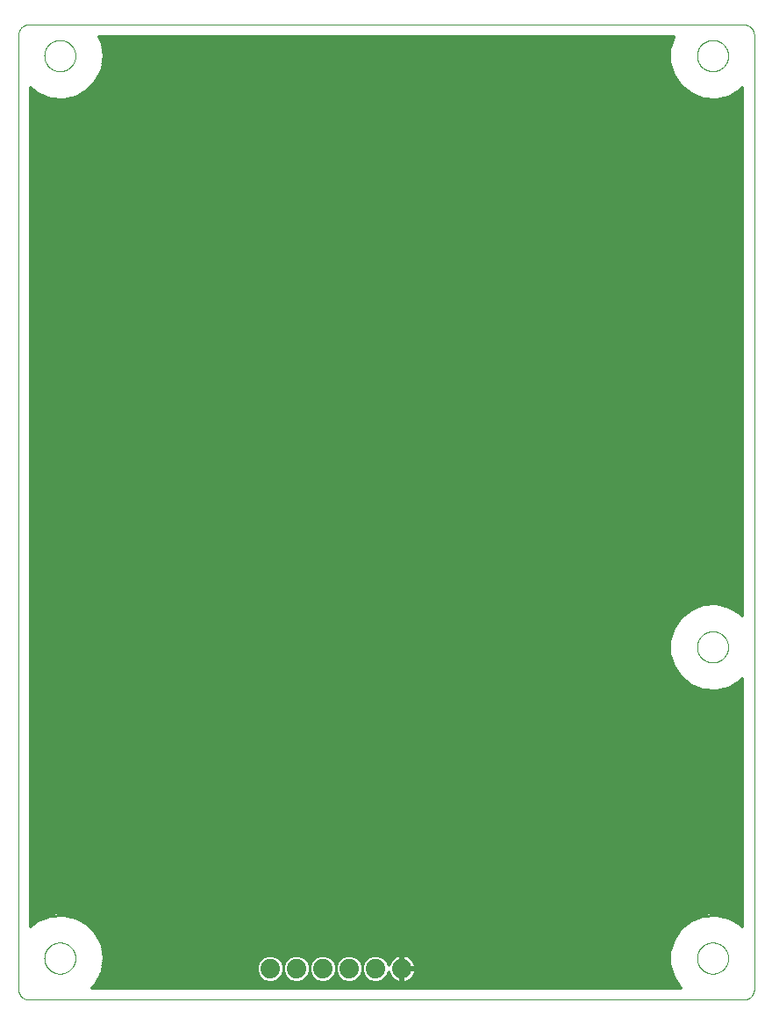
<source format=gtl>
G75*
%MOIN*%
%OFA0B0*%
%FSLAX25Y25*%
%IPPOS*%
%LPD*%
%AMOC8*
5,1,8,0,0,1.08239X$1,22.5*
%
%ADD10C,0.00000*%
%ADD11C,0.07400*%
%ADD12C,0.01000*%
%ADD13C,0.03569*%
D10*
X0005437Y0002252D02*
X0277091Y0002252D01*
X0277215Y0002254D01*
X0277338Y0002260D01*
X0277462Y0002269D01*
X0277584Y0002283D01*
X0277707Y0002300D01*
X0277829Y0002322D01*
X0277950Y0002347D01*
X0278070Y0002376D01*
X0278189Y0002408D01*
X0278308Y0002445D01*
X0278425Y0002485D01*
X0278540Y0002528D01*
X0278655Y0002576D01*
X0278767Y0002627D01*
X0278878Y0002681D01*
X0278988Y0002739D01*
X0279095Y0002800D01*
X0279201Y0002865D01*
X0279304Y0002933D01*
X0279405Y0003004D01*
X0279504Y0003078D01*
X0279601Y0003155D01*
X0279695Y0003236D01*
X0279786Y0003319D01*
X0279875Y0003405D01*
X0279961Y0003494D01*
X0280044Y0003585D01*
X0280125Y0003679D01*
X0280202Y0003776D01*
X0280276Y0003875D01*
X0280347Y0003976D01*
X0280415Y0004079D01*
X0280480Y0004185D01*
X0280541Y0004292D01*
X0280599Y0004402D01*
X0280653Y0004513D01*
X0280704Y0004625D01*
X0280752Y0004740D01*
X0280795Y0004855D01*
X0280835Y0004972D01*
X0280872Y0005091D01*
X0280904Y0005210D01*
X0280933Y0005330D01*
X0280958Y0005451D01*
X0280980Y0005573D01*
X0280997Y0005696D01*
X0281011Y0005818D01*
X0281020Y0005942D01*
X0281026Y0006065D01*
X0281028Y0006189D01*
X0281028Y0368394D01*
X0281026Y0368518D01*
X0281020Y0368641D01*
X0281011Y0368765D01*
X0280997Y0368887D01*
X0280980Y0369010D01*
X0280958Y0369132D01*
X0280933Y0369253D01*
X0280904Y0369373D01*
X0280872Y0369492D01*
X0280835Y0369611D01*
X0280795Y0369728D01*
X0280752Y0369843D01*
X0280704Y0369958D01*
X0280653Y0370070D01*
X0280599Y0370181D01*
X0280541Y0370291D01*
X0280480Y0370398D01*
X0280415Y0370504D01*
X0280347Y0370607D01*
X0280276Y0370708D01*
X0280202Y0370807D01*
X0280125Y0370904D01*
X0280044Y0370998D01*
X0279961Y0371089D01*
X0279875Y0371178D01*
X0279786Y0371264D01*
X0279695Y0371347D01*
X0279601Y0371428D01*
X0279504Y0371505D01*
X0279405Y0371579D01*
X0279304Y0371650D01*
X0279201Y0371718D01*
X0279095Y0371783D01*
X0278988Y0371844D01*
X0278878Y0371902D01*
X0278767Y0371956D01*
X0278655Y0372007D01*
X0278540Y0372055D01*
X0278425Y0372098D01*
X0278308Y0372138D01*
X0278189Y0372175D01*
X0278070Y0372207D01*
X0277950Y0372236D01*
X0277829Y0372261D01*
X0277707Y0372283D01*
X0277584Y0372300D01*
X0277462Y0372314D01*
X0277338Y0372323D01*
X0277215Y0372329D01*
X0277091Y0372331D01*
X0005437Y0372331D01*
X0005313Y0372329D01*
X0005190Y0372323D01*
X0005066Y0372314D01*
X0004944Y0372300D01*
X0004821Y0372283D01*
X0004699Y0372261D01*
X0004578Y0372236D01*
X0004458Y0372207D01*
X0004339Y0372175D01*
X0004220Y0372138D01*
X0004103Y0372098D01*
X0003988Y0372055D01*
X0003873Y0372007D01*
X0003761Y0371956D01*
X0003650Y0371902D01*
X0003540Y0371844D01*
X0003433Y0371783D01*
X0003327Y0371718D01*
X0003224Y0371650D01*
X0003123Y0371579D01*
X0003024Y0371505D01*
X0002927Y0371428D01*
X0002833Y0371347D01*
X0002742Y0371264D01*
X0002653Y0371178D01*
X0002567Y0371089D01*
X0002484Y0370998D01*
X0002403Y0370904D01*
X0002326Y0370807D01*
X0002252Y0370708D01*
X0002181Y0370607D01*
X0002113Y0370504D01*
X0002048Y0370398D01*
X0001987Y0370291D01*
X0001929Y0370181D01*
X0001875Y0370070D01*
X0001824Y0369958D01*
X0001776Y0369843D01*
X0001733Y0369728D01*
X0001693Y0369611D01*
X0001656Y0369492D01*
X0001624Y0369373D01*
X0001595Y0369253D01*
X0001570Y0369132D01*
X0001548Y0369010D01*
X0001531Y0368887D01*
X0001517Y0368765D01*
X0001508Y0368641D01*
X0001502Y0368518D01*
X0001500Y0368394D01*
X0001500Y0006189D01*
X0001502Y0006065D01*
X0001508Y0005942D01*
X0001517Y0005818D01*
X0001531Y0005696D01*
X0001548Y0005573D01*
X0001570Y0005451D01*
X0001595Y0005330D01*
X0001624Y0005210D01*
X0001656Y0005091D01*
X0001693Y0004972D01*
X0001733Y0004855D01*
X0001776Y0004740D01*
X0001824Y0004625D01*
X0001875Y0004513D01*
X0001929Y0004402D01*
X0001987Y0004292D01*
X0002048Y0004185D01*
X0002113Y0004079D01*
X0002181Y0003976D01*
X0002252Y0003875D01*
X0002326Y0003776D01*
X0002403Y0003679D01*
X0002484Y0003585D01*
X0002567Y0003494D01*
X0002653Y0003405D01*
X0002742Y0003319D01*
X0002833Y0003236D01*
X0002927Y0003155D01*
X0003024Y0003078D01*
X0003123Y0003004D01*
X0003224Y0002933D01*
X0003327Y0002865D01*
X0003433Y0002800D01*
X0003540Y0002739D01*
X0003650Y0002681D01*
X0003761Y0002627D01*
X0003873Y0002576D01*
X0003988Y0002528D01*
X0004103Y0002485D01*
X0004220Y0002445D01*
X0004339Y0002408D01*
X0004458Y0002376D01*
X0004578Y0002347D01*
X0004699Y0002322D01*
X0004821Y0002300D01*
X0004944Y0002283D01*
X0005066Y0002269D01*
X0005190Y0002260D01*
X0005313Y0002254D01*
X0005437Y0002252D01*
X0011342Y0018000D02*
X0011344Y0018153D01*
X0011350Y0018307D01*
X0011360Y0018460D01*
X0011374Y0018612D01*
X0011392Y0018765D01*
X0011414Y0018916D01*
X0011439Y0019067D01*
X0011469Y0019218D01*
X0011503Y0019368D01*
X0011540Y0019516D01*
X0011581Y0019664D01*
X0011626Y0019810D01*
X0011675Y0019956D01*
X0011728Y0020100D01*
X0011784Y0020242D01*
X0011844Y0020383D01*
X0011908Y0020523D01*
X0011975Y0020661D01*
X0012046Y0020797D01*
X0012121Y0020931D01*
X0012198Y0021063D01*
X0012280Y0021193D01*
X0012364Y0021321D01*
X0012452Y0021447D01*
X0012543Y0021570D01*
X0012637Y0021691D01*
X0012735Y0021809D01*
X0012835Y0021925D01*
X0012939Y0022038D01*
X0013045Y0022149D01*
X0013154Y0022257D01*
X0013266Y0022362D01*
X0013380Y0022463D01*
X0013498Y0022562D01*
X0013617Y0022658D01*
X0013739Y0022751D01*
X0013864Y0022840D01*
X0013991Y0022927D01*
X0014120Y0023009D01*
X0014251Y0023089D01*
X0014384Y0023165D01*
X0014519Y0023238D01*
X0014656Y0023307D01*
X0014795Y0023372D01*
X0014935Y0023434D01*
X0015077Y0023492D01*
X0015220Y0023547D01*
X0015365Y0023598D01*
X0015511Y0023645D01*
X0015658Y0023688D01*
X0015806Y0023727D01*
X0015955Y0023763D01*
X0016105Y0023794D01*
X0016256Y0023822D01*
X0016407Y0023846D01*
X0016560Y0023866D01*
X0016712Y0023882D01*
X0016865Y0023894D01*
X0017018Y0023902D01*
X0017171Y0023906D01*
X0017325Y0023906D01*
X0017478Y0023902D01*
X0017631Y0023894D01*
X0017784Y0023882D01*
X0017936Y0023866D01*
X0018089Y0023846D01*
X0018240Y0023822D01*
X0018391Y0023794D01*
X0018541Y0023763D01*
X0018690Y0023727D01*
X0018838Y0023688D01*
X0018985Y0023645D01*
X0019131Y0023598D01*
X0019276Y0023547D01*
X0019419Y0023492D01*
X0019561Y0023434D01*
X0019701Y0023372D01*
X0019840Y0023307D01*
X0019977Y0023238D01*
X0020112Y0023165D01*
X0020245Y0023089D01*
X0020376Y0023009D01*
X0020505Y0022927D01*
X0020632Y0022840D01*
X0020757Y0022751D01*
X0020879Y0022658D01*
X0020998Y0022562D01*
X0021116Y0022463D01*
X0021230Y0022362D01*
X0021342Y0022257D01*
X0021451Y0022149D01*
X0021557Y0022038D01*
X0021661Y0021925D01*
X0021761Y0021809D01*
X0021859Y0021691D01*
X0021953Y0021570D01*
X0022044Y0021447D01*
X0022132Y0021321D01*
X0022216Y0021193D01*
X0022298Y0021063D01*
X0022375Y0020931D01*
X0022450Y0020797D01*
X0022521Y0020661D01*
X0022588Y0020523D01*
X0022652Y0020383D01*
X0022712Y0020242D01*
X0022768Y0020100D01*
X0022821Y0019956D01*
X0022870Y0019810D01*
X0022915Y0019664D01*
X0022956Y0019516D01*
X0022993Y0019368D01*
X0023027Y0019218D01*
X0023057Y0019067D01*
X0023082Y0018916D01*
X0023104Y0018765D01*
X0023122Y0018612D01*
X0023136Y0018460D01*
X0023146Y0018307D01*
X0023152Y0018153D01*
X0023154Y0018000D01*
X0023152Y0017847D01*
X0023146Y0017693D01*
X0023136Y0017540D01*
X0023122Y0017388D01*
X0023104Y0017235D01*
X0023082Y0017084D01*
X0023057Y0016933D01*
X0023027Y0016782D01*
X0022993Y0016632D01*
X0022956Y0016484D01*
X0022915Y0016336D01*
X0022870Y0016190D01*
X0022821Y0016044D01*
X0022768Y0015900D01*
X0022712Y0015758D01*
X0022652Y0015617D01*
X0022588Y0015477D01*
X0022521Y0015339D01*
X0022450Y0015203D01*
X0022375Y0015069D01*
X0022298Y0014937D01*
X0022216Y0014807D01*
X0022132Y0014679D01*
X0022044Y0014553D01*
X0021953Y0014430D01*
X0021859Y0014309D01*
X0021761Y0014191D01*
X0021661Y0014075D01*
X0021557Y0013962D01*
X0021451Y0013851D01*
X0021342Y0013743D01*
X0021230Y0013638D01*
X0021116Y0013537D01*
X0020998Y0013438D01*
X0020879Y0013342D01*
X0020757Y0013249D01*
X0020632Y0013160D01*
X0020505Y0013073D01*
X0020376Y0012991D01*
X0020245Y0012911D01*
X0020112Y0012835D01*
X0019977Y0012762D01*
X0019840Y0012693D01*
X0019701Y0012628D01*
X0019561Y0012566D01*
X0019419Y0012508D01*
X0019276Y0012453D01*
X0019131Y0012402D01*
X0018985Y0012355D01*
X0018838Y0012312D01*
X0018690Y0012273D01*
X0018541Y0012237D01*
X0018391Y0012206D01*
X0018240Y0012178D01*
X0018089Y0012154D01*
X0017936Y0012134D01*
X0017784Y0012118D01*
X0017631Y0012106D01*
X0017478Y0012098D01*
X0017325Y0012094D01*
X0017171Y0012094D01*
X0017018Y0012098D01*
X0016865Y0012106D01*
X0016712Y0012118D01*
X0016560Y0012134D01*
X0016407Y0012154D01*
X0016256Y0012178D01*
X0016105Y0012206D01*
X0015955Y0012237D01*
X0015806Y0012273D01*
X0015658Y0012312D01*
X0015511Y0012355D01*
X0015365Y0012402D01*
X0015220Y0012453D01*
X0015077Y0012508D01*
X0014935Y0012566D01*
X0014795Y0012628D01*
X0014656Y0012693D01*
X0014519Y0012762D01*
X0014384Y0012835D01*
X0014251Y0012911D01*
X0014120Y0012991D01*
X0013991Y0013073D01*
X0013864Y0013160D01*
X0013739Y0013249D01*
X0013617Y0013342D01*
X0013498Y0013438D01*
X0013380Y0013537D01*
X0013266Y0013638D01*
X0013154Y0013743D01*
X0013045Y0013851D01*
X0012939Y0013962D01*
X0012835Y0014075D01*
X0012735Y0014191D01*
X0012637Y0014309D01*
X0012543Y0014430D01*
X0012452Y0014553D01*
X0012364Y0014679D01*
X0012280Y0014807D01*
X0012198Y0014937D01*
X0012121Y0015069D01*
X0012046Y0015203D01*
X0011975Y0015339D01*
X0011908Y0015477D01*
X0011844Y0015617D01*
X0011784Y0015758D01*
X0011728Y0015900D01*
X0011675Y0016044D01*
X0011626Y0016190D01*
X0011581Y0016336D01*
X0011540Y0016484D01*
X0011503Y0016632D01*
X0011469Y0016782D01*
X0011439Y0016933D01*
X0011414Y0017084D01*
X0011392Y0017235D01*
X0011374Y0017388D01*
X0011360Y0017540D01*
X0011350Y0017693D01*
X0011344Y0017847D01*
X0011342Y0018000D01*
X0259374Y0018000D02*
X0259376Y0018153D01*
X0259382Y0018307D01*
X0259392Y0018460D01*
X0259406Y0018612D01*
X0259424Y0018765D01*
X0259446Y0018916D01*
X0259471Y0019067D01*
X0259501Y0019218D01*
X0259535Y0019368D01*
X0259572Y0019516D01*
X0259613Y0019664D01*
X0259658Y0019810D01*
X0259707Y0019956D01*
X0259760Y0020100D01*
X0259816Y0020242D01*
X0259876Y0020383D01*
X0259940Y0020523D01*
X0260007Y0020661D01*
X0260078Y0020797D01*
X0260153Y0020931D01*
X0260230Y0021063D01*
X0260312Y0021193D01*
X0260396Y0021321D01*
X0260484Y0021447D01*
X0260575Y0021570D01*
X0260669Y0021691D01*
X0260767Y0021809D01*
X0260867Y0021925D01*
X0260971Y0022038D01*
X0261077Y0022149D01*
X0261186Y0022257D01*
X0261298Y0022362D01*
X0261412Y0022463D01*
X0261530Y0022562D01*
X0261649Y0022658D01*
X0261771Y0022751D01*
X0261896Y0022840D01*
X0262023Y0022927D01*
X0262152Y0023009D01*
X0262283Y0023089D01*
X0262416Y0023165D01*
X0262551Y0023238D01*
X0262688Y0023307D01*
X0262827Y0023372D01*
X0262967Y0023434D01*
X0263109Y0023492D01*
X0263252Y0023547D01*
X0263397Y0023598D01*
X0263543Y0023645D01*
X0263690Y0023688D01*
X0263838Y0023727D01*
X0263987Y0023763D01*
X0264137Y0023794D01*
X0264288Y0023822D01*
X0264439Y0023846D01*
X0264592Y0023866D01*
X0264744Y0023882D01*
X0264897Y0023894D01*
X0265050Y0023902D01*
X0265203Y0023906D01*
X0265357Y0023906D01*
X0265510Y0023902D01*
X0265663Y0023894D01*
X0265816Y0023882D01*
X0265968Y0023866D01*
X0266121Y0023846D01*
X0266272Y0023822D01*
X0266423Y0023794D01*
X0266573Y0023763D01*
X0266722Y0023727D01*
X0266870Y0023688D01*
X0267017Y0023645D01*
X0267163Y0023598D01*
X0267308Y0023547D01*
X0267451Y0023492D01*
X0267593Y0023434D01*
X0267733Y0023372D01*
X0267872Y0023307D01*
X0268009Y0023238D01*
X0268144Y0023165D01*
X0268277Y0023089D01*
X0268408Y0023009D01*
X0268537Y0022927D01*
X0268664Y0022840D01*
X0268789Y0022751D01*
X0268911Y0022658D01*
X0269030Y0022562D01*
X0269148Y0022463D01*
X0269262Y0022362D01*
X0269374Y0022257D01*
X0269483Y0022149D01*
X0269589Y0022038D01*
X0269693Y0021925D01*
X0269793Y0021809D01*
X0269891Y0021691D01*
X0269985Y0021570D01*
X0270076Y0021447D01*
X0270164Y0021321D01*
X0270248Y0021193D01*
X0270330Y0021063D01*
X0270407Y0020931D01*
X0270482Y0020797D01*
X0270553Y0020661D01*
X0270620Y0020523D01*
X0270684Y0020383D01*
X0270744Y0020242D01*
X0270800Y0020100D01*
X0270853Y0019956D01*
X0270902Y0019810D01*
X0270947Y0019664D01*
X0270988Y0019516D01*
X0271025Y0019368D01*
X0271059Y0019218D01*
X0271089Y0019067D01*
X0271114Y0018916D01*
X0271136Y0018765D01*
X0271154Y0018612D01*
X0271168Y0018460D01*
X0271178Y0018307D01*
X0271184Y0018153D01*
X0271186Y0018000D01*
X0271184Y0017847D01*
X0271178Y0017693D01*
X0271168Y0017540D01*
X0271154Y0017388D01*
X0271136Y0017235D01*
X0271114Y0017084D01*
X0271089Y0016933D01*
X0271059Y0016782D01*
X0271025Y0016632D01*
X0270988Y0016484D01*
X0270947Y0016336D01*
X0270902Y0016190D01*
X0270853Y0016044D01*
X0270800Y0015900D01*
X0270744Y0015758D01*
X0270684Y0015617D01*
X0270620Y0015477D01*
X0270553Y0015339D01*
X0270482Y0015203D01*
X0270407Y0015069D01*
X0270330Y0014937D01*
X0270248Y0014807D01*
X0270164Y0014679D01*
X0270076Y0014553D01*
X0269985Y0014430D01*
X0269891Y0014309D01*
X0269793Y0014191D01*
X0269693Y0014075D01*
X0269589Y0013962D01*
X0269483Y0013851D01*
X0269374Y0013743D01*
X0269262Y0013638D01*
X0269148Y0013537D01*
X0269030Y0013438D01*
X0268911Y0013342D01*
X0268789Y0013249D01*
X0268664Y0013160D01*
X0268537Y0013073D01*
X0268408Y0012991D01*
X0268277Y0012911D01*
X0268144Y0012835D01*
X0268009Y0012762D01*
X0267872Y0012693D01*
X0267733Y0012628D01*
X0267593Y0012566D01*
X0267451Y0012508D01*
X0267308Y0012453D01*
X0267163Y0012402D01*
X0267017Y0012355D01*
X0266870Y0012312D01*
X0266722Y0012273D01*
X0266573Y0012237D01*
X0266423Y0012206D01*
X0266272Y0012178D01*
X0266121Y0012154D01*
X0265968Y0012134D01*
X0265816Y0012118D01*
X0265663Y0012106D01*
X0265510Y0012098D01*
X0265357Y0012094D01*
X0265203Y0012094D01*
X0265050Y0012098D01*
X0264897Y0012106D01*
X0264744Y0012118D01*
X0264592Y0012134D01*
X0264439Y0012154D01*
X0264288Y0012178D01*
X0264137Y0012206D01*
X0263987Y0012237D01*
X0263838Y0012273D01*
X0263690Y0012312D01*
X0263543Y0012355D01*
X0263397Y0012402D01*
X0263252Y0012453D01*
X0263109Y0012508D01*
X0262967Y0012566D01*
X0262827Y0012628D01*
X0262688Y0012693D01*
X0262551Y0012762D01*
X0262416Y0012835D01*
X0262283Y0012911D01*
X0262152Y0012991D01*
X0262023Y0013073D01*
X0261896Y0013160D01*
X0261771Y0013249D01*
X0261649Y0013342D01*
X0261530Y0013438D01*
X0261412Y0013537D01*
X0261298Y0013638D01*
X0261186Y0013743D01*
X0261077Y0013851D01*
X0260971Y0013962D01*
X0260867Y0014075D01*
X0260767Y0014191D01*
X0260669Y0014309D01*
X0260575Y0014430D01*
X0260484Y0014553D01*
X0260396Y0014679D01*
X0260312Y0014807D01*
X0260230Y0014937D01*
X0260153Y0015069D01*
X0260078Y0015203D01*
X0260007Y0015339D01*
X0259940Y0015477D01*
X0259876Y0015617D01*
X0259816Y0015758D01*
X0259760Y0015900D01*
X0259707Y0016044D01*
X0259658Y0016190D01*
X0259613Y0016336D01*
X0259572Y0016484D01*
X0259535Y0016632D01*
X0259501Y0016782D01*
X0259471Y0016933D01*
X0259446Y0017084D01*
X0259424Y0017235D01*
X0259406Y0017388D01*
X0259392Y0017540D01*
X0259382Y0017693D01*
X0259376Y0017847D01*
X0259374Y0018000D01*
X0259374Y0136110D02*
X0259376Y0136263D01*
X0259382Y0136417D01*
X0259392Y0136570D01*
X0259406Y0136722D01*
X0259424Y0136875D01*
X0259446Y0137026D01*
X0259471Y0137177D01*
X0259501Y0137328D01*
X0259535Y0137478D01*
X0259572Y0137626D01*
X0259613Y0137774D01*
X0259658Y0137920D01*
X0259707Y0138066D01*
X0259760Y0138210D01*
X0259816Y0138352D01*
X0259876Y0138493D01*
X0259940Y0138633D01*
X0260007Y0138771D01*
X0260078Y0138907D01*
X0260153Y0139041D01*
X0260230Y0139173D01*
X0260312Y0139303D01*
X0260396Y0139431D01*
X0260484Y0139557D01*
X0260575Y0139680D01*
X0260669Y0139801D01*
X0260767Y0139919D01*
X0260867Y0140035D01*
X0260971Y0140148D01*
X0261077Y0140259D01*
X0261186Y0140367D01*
X0261298Y0140472D01*
X0261412Y0140573D01*
X0261530Y0140672D01*
X0261649Y0140768D01*
X0261771Y0140861D01*
X0261896Y0140950D01*
X0262023Y0141037D01*
X0262152Y0141119D01*
X0262283Y0141199D01*
X0262416Y0141275D01*
X0262551Y0141348D01*
X0262688Y0141417D01*
X0262827Y0141482D01*
X0262967Y0141544D01*
X0263109Y0141602D01*
X0263252Y0141657D01*
X0263397Y0141708D01*
X0263543Y0141755D01*
X0263690Y0141798D01*
X0263838Y0141837D01*
X0263987Y0141873D01*
X0264137Y0141904D01*
X0264288Y0141932D01*
X0264439Y0141956D01*
X0264592Y0141976D01*
X0264744Y0141992D01*
X0264897Y0142004D01*
X0265050Y0142012D01*
X0265203Y0142016D01*
X0265357Y0142016D01*
X0265510Y0142012D01*
X0265663Y0142004D01*
X0265816Y0141992D01*
X0265968Y0141976D01*
X0266121Y0141956D01*
X0266272Y0141932D01*
X0266423Y0141904D01*
X0266573Y0141873D01*
X0266722Y0141837D01*
X0266870Y0141798D01*
X0267017Y0141755D01*
X0267163Y0141708D01*
X0267308Y0141657D01*
X0267451Y0141602D01*
X0267593Y0141544D01*
X0267733Y0141482D01*
X0267872Y0141417D01*
X0268009Y0141348D01*
X0268144Y0141275D01*
X0268277Y0141199D01*
X0268408Y0141119D01*
X0268537Y0141037D01*
X0268664Y0140950D01*
X0268789Y0140861D01*
X0268911Y0140768D01*
X0269030Y0140672D01*
X0269148Y0140573D01*
X0269262Y0140472D01*
X0269374Y0140367D01*
X0269483Y0140259D01*
X0269589Y0140148D01*
X0269693Y0140035D01*
X0269793Y0139919D01*
X0269891Y0139801D01*
X0269985Y0139680D01*
X0270076Y0139557D01*
X0270164Y0139431D01*
X0270248Y0139303D01*
X0270330Y0139173D01*
X0270407Y0139041D01*
X0270482Y0138907D01*
X0270553Y0138771D01*
X0270620Y0138633D01*
X0270684Y0138493D01*
X0270744Y0138352D01*
X0270800Y0138210D01*
X0270853Y0138066D01*
X0270902Y0137920D01*
X0270947Y0137774D01*
X0270988Y0137626D01*
X0271025Y0137478D01*
X0271059Y0137328D01*
X0271089Y0137177D01*
X0271114Y0137026D01*
X0271136Y0136875D01*
X0271154Y0136722D01*
X0271168Y0136570D01*
X0271178Y0136417D01*
X0271184Y0136263D01*
X0271186Y0136110D01*
X0271184Y0135957D01*
X0271178Y0135803D01*
X0271168Y0135650D01*
X0271154Y0135498D01*
X0271136Y0135345D01*
X0271114Y0135194D01*
X0271089Y0135043D01*
X0271059Y0134892D01*
X0271025Y0134742D01*
X0270988Y0134594D01*
X0270947Y0134446D01*
X0270902Y0134300D01*
X0270853Y0134154D01*
X0270800Y0134010D01*
X0270744Y0133868D01*
X0270684Y0133727D01*
X0270620Y0133587D01*
X0270553Y0133449D01*
X0270482Y0133313D01*
X0270407Y0133179D01*
X0270330Y0133047D01*
X0270248Y0132917D01*
X0270164Y0132789D01*
X0270076Y0132663D01*
X0269985Y0132540D01*
X0269891Y0132419D01*
X0269793Y0132301D01*
X0269693Y0132185D01*
X0269589Y0132072D01*
X0269483Y0131961D01*
X0269374Y0131853D01*
X0269262Y0131748D01*
X0269148Y0131647D01*
X0269030Y0131548D01*
X0268911Y0131452D01*
X0268789Y0131359D01*
X0268664Y0131270D01*
X0268537Y0131183D01*
X0268408Y0131101D01*
X0268277Y0131021D01*
X0268144Y0130945D01*
X0268009Y0130872D01*
X0267872Y0130803D01*
X0267733Y0130738D01*
X0267593Y0130676D01*
X0267451Y0130618D01*
X0267308Y0130563D01*
X0267163Y0130512D01*
X0267017Y0130465D01*
X0266870Y0130422D01*
X0266722Y0130383D01*
X0266573Y0130347D01*
X0266423Y0130316D01*
X0266272Y0130288D01*
X0266121Y0130264D01*
X0265968Y0130244D01*
X0265816Y0130228D01*
X0265663Y0130216D01*
X0265510Y0130208D01*
X0265357Y0130204D01*
X0265203Y0130204D01*
X0265050Y0130208D01*
X0264897Y0130216D01*
X0264744Y0130228D01*
X0264592Y0130244D01*
X0264439Y0130264D01*
X0264288Y0130288D01*
X0264137Y0130316D01*
X0263987Y0130347D01*
X0263838Y0130383D01*
X0263690Y0130422D01*
X0263543Y0130465D01*
X0263397Y0130512D01*
X0263252Y0130563D01*
X0263109Y0130618D01*
X0262967Y0130676D01*
X0262827Y0130738D01*
X0262688Y0130803D01*
X0262551Y0130872D01*
X0262416Y0130945D01*
X0262283Y0131021D01*
X0262152Y0131101D01*
X0262023Y0131183D01*
X0261896Y0131270D01*
X0261771Y0131359D01*
X0261649Y0131452D01*
X0261530Y0131548D01*
X0261412Y0131647D01*
X0261298Y0131748D01*
X0261186Y0131853D01*
X0261077Y0131961D01*
X0260971Y0132072D01*
X0260867Y0132185D01*
X0260767Y0132301D01*
X0260669Y0132419D01*
X0260575Y0132540D01*
X0260484Y0132663D01*
X0260396Y0132789D01*
X0260312Y0132917D01*
X0260230Y0133047D01*
X0260153Y0133179D01*
X0260078Y0133313D01*
X0260007Y0133449D01*
X0259940Y0133587D01*
X0259876Y0133727D01*
X0259816Y0133868D01*
X0259760Y0134010D01*
X0259707Y0134154D01*
X0259658Y0134300D01*
X0259613Y0134446D01*
X0259572Y0134594D01*
X0259535Y0134742D01*
X0259501Y0134892D01*
X0259471Y0135043D01*
X0259446Y0135194D01*
X0259424Y0135345D01*
X0259406Y0135498D01*
X0259392Y0135650D01*
X0259382Y0135803D01*
X0259376Y0135957D01*
X0259374Y0136110D01*
X0259374Y0360520D02*
X0259376Y0360673D01*
X0259382Y0360827D01*
X0259392Y0360980D01*
X0259406Y0361132D01*
X0259424Y0361285D01*
X0259446Y0361436D01*
X0259471Y0361587D01*
X0259501Y0361738D01*
X0259535Y0361888D01*
X0259572Y0362036D01*
X0259613Y0362184D01*
X0259658Y0362330D01*
X0259707Y0362476D01*
X0259760Y0362620D01*
X0259816Y0362762D01*
X0259876Y0362903D01*
X0259940Y0363043D01*
X0260007Y0363181D01*
X0260078Y0363317D01*
X0260153Y0363451D01*
X0260230Y0363583D01*
X0260312Y0363713D01*
X0260396Y0363841D01*
X0260484Y0363967D01*
X0260575Y0364090D01*
X0260669Y0364211D01*
X0260767Y0364329D01*
X0260867Y0364445D01*
X0260971Y0364558D01*
X0261077Y0364669D01*
X0261186Y0364777D01*
X0261298Y0364882D01*
X0261412Y0364983D01*
X0261530Y0365082D01*
X0261649Y0365178D01*
X0261771Y0365271D01*
X0261896Y0365360D01*
X0262023Y0365447D01*
X0262152Y0365529D01*
X0262283Y0365609D01*
X0262416Y0365685D01*
X0262551Y0365758D01*
X0262688Y0365827D01*
X0262827Y0365892D01*
X0262967Y0365954D01*
X0263109Y0366012D01*
X0263252Y0366067D01*
X0263397Y0366118D01*
X0263543Y0366165D01*
X0263690Y0366208D01*
X0263838Y0366247D01*
X0263987Y0366283D01*
X0264137Y0366314D01*
X0264288Y0366342D01*
X0264439Y0366366D01*
X0264592Y0366386D01*
X0264744Y0366402D01*
X0264897Y0366414D01*
X0265050Y0366422D01*
X0265203Y0366426D01*
X0265357Y0366426D01*
X0265510Y0366422D01*
X0265663Y0366414D01*
X0265816Y0366402D01*
X0265968Y0366386D01*
X0266121Y0366366D01*
X0266272Y0366342D01*
X0266423Y0366314D01*
X0266573Y0366283D01*
X0266722Y0366247D01*
X0266870Y0366208D01*
X0267017Y0366165D01*
X0267163Y0366118D01*
X0267308Y0366067D01*
X0267451Y0366012D01*
X0267593Y0365954D01*
X0267733Y0365892D01*
X0267872Y0365827D01*
X0268009Y0365758D01*
X0268144Y0365685D01*
X0268277Y0365609D01*
X0268408Y0365529D01*
X0268537Y0365447D01*
X0268664Y0365360D01*
X0268789Y0365271D01*
X0268911Y0365178D01*
X0269030Y0365082D01*
X0269148Y0364983D01*
X0269262Y0364882D01*
X0269374Y0364777D01*
X0269483Y0364669D01*
X0269589Y0364558D01*
X0269693Y0364445D01*
X0269793Y0364329D01*
X0269891Y0364211D01*
X0269985Y0364090D01*
X0270076Y0363967D01*
X0270164Y0363841D01*
X0270248Y0363713D01*
X0270330Y0363583D01*
X0270407Y0363451D01*
X0270482Y0363317D01*
X0270553Y0363181D01*
X0270620Y0363043D01*
X0270684Y0362903D01*
X0270744Y0362762D01*
X0270800Y0362620D01*
X0270853Y0362476D01*
X0270902Y0362330D01*
X0270947Y0362184D01*
X0270988Y0362036D01*
X0271025Y0361888D01*
X0271059Y0361738D01*
X0271089Y0361587D01*
X0271114Y0361436D01*
X0271136Y0361285D01*
X0271154Y0361132D01*
X0271168Y0360980D01*
X0271178Y0360827D01*
X0271184Y0360673D01*
X0271186Y0360520D01*
X0271184Y0360367D01*
X0271178Y0360213D01*
X0271168Y0360060D01*
X0271154Y0359908D01*
X0271136Y0359755D01*
X0271114Y0359604D01*
X0271089Y0359453D01*
X0271059Y0359302D01*
X0271025Y0359152D01*
X0270988Y0359004D01*
X0270947Y0358856D01*
X0270902Y0358710D01*
X0270853Y0358564D01*
X0270800Y0358420D01*
X0270744Y0358278D01*
X0270684Y0358137D01*
X0270620Y0357997D01*
X0270553Y0357859D01*
X0270482Y0357723D01*
X0270407Y0357589D01*
X0270330Y0357457D01*
X0270248Y0357327D01*
X0270164Y0357199D01*
X0270076Y0357073D01*
X0269985Y0356950D01*
X0269891Y0356829D01*
X0269793Y0356711D01*
X0269693Y0356595D01*
X0269589Y0356482D01*
X0269483Y0356371D01*
X0269374Y0356263D01*
X0269262Y0356158D01*
X0269148Y0356057D01*
X0269030Y0355958D01*
X0268911Y0355862D01*
X0268789Y0355769D01*
X0268664Y0355680D01*
X0268537Y0355593D01*
X0268408Y0355511D01*
X0268277Y0355431D01*
X0268144Y0355355D01*
X0268009Y0355282D01*
X0267872Y0355213D01*
X0267733Y0355148D01*
X0267593Y0355086D01*
X0267451Y0355028D01*
X0267308Y0354973D01*
X0267163Y0354922D01*
X0267017Y0354875D01*
X0266870Y0354832D01*
X0266722Y0354793D01*
X0266573Y0354757D01*
X0266423Y0354726D01*
X0266272Y0354698D01*
X0266121Y0354674D01*
X0265968Y0354654D01*
X0265816Y0354638D01*
X0265663Y0354626D01*
X0265510Y0354618D01*
X0265357Y0354614D01*
X0265203Y0354614D01*
X0265050Y0354618D01*
X0264897Y0354626D01*
X0264744Y0354638D01*
X0264592Y0354654D01*
X0264439Y0354674D01*
X0264288Y0354698D01*
X0264137Y0354726D01*
X0263987Y0354757D01*
X0263838Y0354793D01*
X0263690Y0354832D01*
X0263543Y0354875D01*
X0263397Y0354922D01*
X0263252Y0354973D01*
X0263109Y0355028D01*
X0262967Y0355086D01*
X0262827Y0355148D01*
X0262688Y0355213D01*
X0262551Y0355282D01*
X0262416Y0355355D01*
X0262283Y0355431D01*
X0262152Y0355511D01*
X0262023Y0355593D01*
X0261896Y0355680D01*
X0261771Y0355769D01*
X0261649Y0355862D01*
X0261530Y0355958D01*
X0261412Y0356057D01*
X0261298Y0356158D01*
X0261186Y0356263D01*
X0261077Y0356371D01*
X0260971Y0356482D01*
X0260867Y0356595D01*
X0260767Y0356711D01*
X0260669Y0356829D01*
X0260575Y0356950D01*
X0260484Y0357073D01*
X0260396Y0357199D01*
X0260312Y0357327D01*
X0260230Y0357457D01*
X0260153Y0357589D01*
X0260078Y0357723D01*
X0260007Y0357859D01*
X0259940Y0357997D01*
X0259876Y0358137D01*
X0259816Y0358278D01*
X0259760Y0358420D01*
X0259707Y0358564D01*
X0259658Y0358710D01*
X0259613Y0358856D01*
X0259572Y0359004D01*
X0259535Y0359152D01*
X0259501Y0359302D01*
X0259471Y0359453D01*
X0259446Y0359604D01*
X0259424Y0359755D01*
X0259406Y0359908D01*
X0259392Y0360060D01*
X0259382Y0360213D01*
X0259376Y0360367D01*
X0259374Y0360520D01*
X0011342Y0360520D02*
X0011344Y0360673D01*
X0011350Y0360827D01*
X0011360Y0360980D01*
X0011374Y0361132D01*
X0011392Y0361285D01*
X0011414Y0361436D01*
X0011439Y0361587D01*
X0011469Y0361738D01*
X0011503Y0361888D01*
X0011540Y0362036D01*
X0011581Y0362184D01*
X0011626Y0362330D01*
X0011675Y0362476D01*
X0011728Y0362620D01*
X0011784Y0362762D01*
X0011844Y0362903D01*
X0011908Y0363043D01*
X0011975Y0363181D01*
X0012046Y0363317D01*
X0012121Y0363451D01*
X0012198Y0363583D01*
X0012280Y0363713D01*
X0012364Y0363841D01*
X0012452Y0363967D01*
X0012543Y0364090D01*
X0012637Y0364211D01*
X0012735Y0364329D01*
X0012835Y0364445D01*
X0012939Y0364558D01*
X0013045Y0364669D01*
X0013154Y0364777D01*
X0013266Y0364882D01*
X0013380Y0364983D01*
X0013498Y0365082D01*
X0013617Y0365178D01*
X0013739Y0365271D01*
X0013864Y0365360D01*
X0013991Y0365447D01*
X0014120Y0365529D01*
X0014251Y0365609D01*
X0014384Y0365685D01*
X0014519Y0365758D01*
X0014656Y0365827D01*
X0014795Y0365892D01*
X0014935Y0365954D01*
X0015077Y0366012D01*
X0015220Y0366067D01*
X0015365Y0366118D01*
X0015511Y0366165D01*
X0015658Y0366208D01*
X0015806Y0366247D01*
X0015955Y0366283D01*
X0016105Y0366314D01*
X0016256Y0366342D01*
X0016407Y0366366D01*
X0016560Y0366386D01*
X0016712Y0366402D01*
X0016865Y0366414D01*
X0017018Y0366422D01*
X0017171Y0366426D01*
X0017325Y0366426D01*
X0017478Y0366422D01*
X0017631Y0366414D01*
X0017784Y0366402D01*
X0017936Y0366386D01*
X0018089Y0366366D01*
X0018240Y0366342D01*
X0018391Y0366314D01*
X0018541Y0366283D01*
X0018690Y0366247D01*
X0018838Y0366208D01*
X0018985Y0366165D01*
X0019131Y0366118D01*
X0019276Y0366067D01*
X0019419Y0366012D01*
X0019561Y0365954D01*
X0019701Y0365892D01*
X0019840Y0365827D01*
X0019977Y0365758D01*
X0020112Y0365685D01*
X0020245Y0365609D01*
X0020376Y0365529D01*
X0020505Y0365447D01*
X0020632Y0365360D01*
X0020757Y0365271D01*
X0020879Y0365178D01*
X0020998Y0365082D01*
X0021116Y0364983D01*
X0021230Y0364882D01*
X0021342Y0364777D01*
X0021451Y0364669D01*
X0021557Y0364558D01*
X0021661Y0364445D01*
X0021761Y0364329D01*
X0021859Y0364211D01*
X0021953Y0364090D01*
X0022044Y0363967D01*
X0022132Y0363841D01*
X0022216Y0363713D01*
X0022298Y0363583D01*
X0022375Y0363451D01*
X0022450Y0363317D01*
X0022521Y0363181D01*
X0022588Y0363043D01*
X0022652Y0362903D01*
X0022712Y0362762D01*
X0022768Y0362620D01*
X0022821Y0362476D01*
X0022870Y0362330D01*
X0022915Y0362184D01*
X0022956Y0362036D01*
X0022993Y0361888D01*
X0023027Y0361738D01*
X0023057Y0361587D01*
X0023082Y0361436D01*
X0023104Y0361285D01*
X0023122Y0361132D01*
X0023136Y0360980D01*
X0023146Y0360827D01*
X0023152Y0360673D01*
X0023154Y0360520D01*
X0023152Y0360367D01*
X0023146Y0360213D01*
X0023136Y0360060D01*
X0023122Y0359908D01*
X0023104Y0359755D01*
X0023082Y0359604D01*
X0023057Y0359453D01*
X0023027Y0359302D01*
X0022993Y0359152D01*
X0022956Y0359004D01*
X0022915Y0358856D01*
X0022870Y0358710D01*
X0022821Y0358564D01*
X0022768Y0358420D01*
X0022712Y0358278D01*
X0022652Y0358137D01*
X0022588Y0357997D01*
X0022521Y0357859D01*
X0022450Y0357723D01*
X0022375Y0357589D01*
X0022298Y0357457D01*
X0022216Y0357327D01*
X0022132Y0357199D01*
X0022044Y0357073D01*
X0021953Y0356950D01*
X0021859Y0356829D01*
X0021761Y0356711D01*
X0021661Y0356595D01*
X0021557Y0356482D01*
X0021451Y0356371D01*
X0021342Y0356263D01*
X0021230Y0356158D01*
X0021116Y0356057D01*
X0020998Y0355958D01*
X0020879Y0355862D01*
X0020757Y0355769D01*
X0020632Y0355680D01*
X0020505Y0355593D01*
X0020376Y0355511D01*
X0020245Y0355431D01*
X0020112Y0355355D01*
X0019977Y0355282D01*
X0019840Y0355213D01*
X0019701Y0355148D01*
X0019561Y0355086D01*
X0019419Y0355028D01*
X0019276Y0354973D01*
X0019131Y0354922D01*
X0018985Y0354875D01*
X0018838Y0354832D01*
X0018690Y0354793D01*
X0018541Y0354757D01*
X0018391Y0354726D01*
X0018240Y0354698D01*
X0018089Y0354674D01*
X0017936Y0354654D01*
X0017784Y0354638D01*
X0017631Y0354626D01*
X0017478Y0354618D01*
X0017325Y0354614D01*
X0017171Y0354614D01*
X0017018Y0354618D01*
X0016865Y0354626D01*
X0016712Y0354638D01*
X0016560Y0354654D01*
X0016407Y0354674D01*
X0016256Y0354698D01*
X0016105Y0354726D01*
X0015955Y0354757D01*
X0015806Y0354793D01*
X0015658Y0354832D01*
X0015511Y0354875D01*
X0015365Y0354922D01*
X0015220Y0354973D01*
X0015077Y0355028D01*
X0014935Y0355086D01*
X0014795Y0355148D01*
X0014656Y0355213D01*
X0014519Y0355282D01*
X0014384Y0355355D01*
X0014251Y0355431D01*
X0014120Y0355511D01*
X0013991Y0355593D01*
X0013864Y0355680D01*
X0013739Y0355769D01*
X0013617Y0355862D01*
X0013498Y0355958D01*
X0013380Y0356057D01*
X0013266Y0356158D01*
X0013154Y0356263D01*
X0013045Y0356371D01*
X0012939Y0356482D01*
X0012835Y0356595D01*
X0012735Y0356711D01*
X0012637Y0356829D01*
X0012543Y0356950D01*
X0012452Y0357073D01*
X0012364Y0357199D01*
X0012280Y0357327D01*
X0012198Y0357457D01*
X0012121Y0357589D01*
X0012046Y0357723D01*
X0011975Y0357859D01*
X0011908Y0357997D01*
X0011844Y0358137D01*
X0011784Y0358278D01*
X0011728Y0358420D01*
X0011675Y0358564D01*
X0011626Y0358710D01*
X0011581Y0358856D01*
X0011540Y0359004D01*
X0011503Y0359152D01*
X0011469Y0359302D01*
X0011439Y0359453D01*
X0011414Y0359604D01*
X0011392Y0359755D01*
X0011374Y0359908D01*
X0011360Y0360060D01*
X0011350Y0360213D01*
X0011344Y0360367D01*
X0011342Y0360520D01*
D11*
X0097169Y0014063D03*
X0107169Y0014063D03*
X0117169Y0014063D03*
X0127169Y0014063D03*
X0137169Y0014063D03*
X0147169Y0014063D03*
D12*
X0147669Y0014234D02*
X0249367Y0014234D01*
X0249675Y0013236D02*
X0152303Y0013236D01*
X0152355Y0013563D02*
X0147669Y0013563D01*
X0147669Y0008877D01*
X0148387Y0008991D01*
X0149165Y0009244D01*
X0149895Y0009616D01*
X0150557Y0010097D01*
X0151136Y0010675D01*
X0151617Y0011338D01*
X0151988Y0012067D01*
X0152241Y0012845D01*
X0152355Y0013563D01*
X0152355Y0014563D02*
X0152241Y0015281D01*
X0151988Y0016059D01*
X0151617Y0016788D01*
X0151136Y0017451D01*
X0150557Y0018029D01*
X0149895Y0018510D01*
X0149165Y0018882D01*
X0148387Y0019135D01*
X0147669Y0019249D01*
X0147669Y0014563D01*
X0146669Y0014563D01*
X0146669Y0019249D01*
X0145952Y0019135D01*
X0145173Y0018882D01*
X0144444Y0018510D01*
X0143782Y0018029D01*
X0143203Y0017451D01*
X0142722Y0016788D01*
X0142350Y0016059D01*
X0142097Y0015281D01*
X0142092Y0015245D01*
X0141408Y0016895D01*
X0140002Y0018302D01*
X0138164Y0019063D01*
X0136175Y0019063D01*
X0134337Y0018302D01*
X0132930Y0016895D01*
X0132169Y0015058D01*
X0131408Y0016895D01*
X0130002Y0018302D01*
X0128164Y0019063D01*
X0126175Y0019063D01*
X0124337Y0018302D01*
X0122930Y0016895D01*
X0122169Y0015058D01*
X0121408Y0016895D01*
X0120002Y0018302D01*
X0118164Y0019063D01*
X0116175Y0019063D01*
X0114337Y0018302D01*
X0112930Y0016895D01*
X0112169Y0015058D01*
X0111408Y0016895D01*
X0110002Y0018302D01*
X0108164Y0019063D01*
X0106175Y0019063D01*
X0104337Y0018302D01*
X0102930Y0016895D01*
X0102169Y0015058D01*
X0101408Y0016895D01*
X0100002Y0018302D01*
X0098164Y0019063D01*
X0096175Y0019063D01*
X0094337Y0018302D01*
X0092930Y0016895D01*
X0092169Y0015058D01*
X0092169Y0013068D01*
X0092930Y0011231D01*
X0094337Y0009824D01*
X0096175Y0009063D01*
X0098164Y0009063D01*
X0100002Y0009824D01*
X0101408Y0011231D01*
X0102169Y0013068D01*
X0102169Y0015058D01*
X0102169Y0013068D01*
X0102930Y0011231D01*
X0104337Y0009824D01*
X0106175Y0009063D01*
X0108164Y0009063D01*
X0110002Y0009824D01*
X0111408Y0011231D01*
X0112169Y0013068D01*
X0112169Y0015058D01*
X0112169Y0013068D01*
X0112930Y0011231D01*
X0114337Y0009824D01*
X0116175Y0009063D01*
X0118164Y0009063D01*
X0120002Y0009824D01*
X0121408Y0011231D01*
X0122169Y0013068D01*
X0122169Y0015058D01*
X0122169Y0013068D01*
X0122930Y0011231D01*
X0124337Y0009824D01*
X0126175Y0009063D01*
X0128164Y0009063D01*
X0130002Y0009824D01*
X0131408Y0011231D01*
X0132169Y0013068D01*
X0132169Y0015058D01*
X0132169Y0013068D01*
X0132930Y0011231D01*
X0134337Y0009824D01*
X0136175Y0009063D01*
X0138164Y0009063D01*
X0140002Y0009824D01*
X0141408Y0011231D01*
X0142092Y0012881D01*
X0142097Y0012845D01*
X0142350Y0012067D01*
X0142722Y0011338D01*
X0143203Y0010675D01*
X0143782Y0010097D01*
X0144444Y0009616D01*
X0145173Y0009244D01*
X0145952Y0008991D01*
X0146669Y0008877D01*
X0146669Y0013563D01*
X0147669Y0013563D01*
X0147669Y0014563D01*
X0152355Y0014563D01*
X0152249Y0015233D02*
X0249059Y0015233D01*
X0248964Y0015541D02*
X0250414Y0010841D01*
X0253184Y0006777D01*
X0253216Y0006752D01*
X0029069Y0006752D01*
X0030881Y0008705D01*
X0030881Y0008705D01*
X0033015Y0013137D01*
X0033748Y0018000D01*
X0033015Y0022863D01*
X0033015Y0022863D01*
X0030881Y0027295D01*
X0027536Y0030900D01*
X0027536Y0030900D01*
X0023276Y0033359D01*
X0018481Y0034454D01*
X0013576Y0034086D01*
X0008998Y0032289D01*
X0006000Y0029899D01*
X0006000Y0348621D01*
X0008998Y0346230D01*
X0013576Y0344433D01*
X0013576Y0344433D01*
X0018481Y0344066D01*
X0018481Y0344066D01*
X0023276Y0345160D01*
X0027536Y0347619D01*
X0027536Y0347619D01*
X0030881Y0351225D01*
X0033015Y0355656D01*
X0033748Y0360520D01*
X0033015Y0365383D01*
X0033015Y0365383D01*
X0031836Y0367831D01*
X0250517Y0367831D01*
X0250414Y0367679D01*
X0250414Y0367679D01*
X0248964Y0362979D01*
X0248964Y0358060D01*
X0250414Y0353361D01*
X0250414Y0353361D01*
X0253184Y0349297D01*
X0253184Y0349297D01*
X0257030Y0346230D01*
X0261608Y0344433D01*
X0266513Y0344066D01*
X0271308Y0345160D01*
X0275567Y0347619D01*
X0276528Y0348655D01*
X0276528Y0147975D01*
X0275567Y0149010D01*
X0271308Y0151470D01*
X0266513Y0152564D01*
X0266513Y0152564D01*
X0261608Y0152197D01*
X0257030Y0150400D01*
X0257030Y0150400D01*
X0253184Y0147333D01*
X0250414Y0143269D01*
X0248964Y0138569D01*
X0248964Y0133651D01*
X0250414Y0128951D01*
X0253184Y0124887D01*
X0253184Y0124887D01*
X0253184Y0124887D01*
X0257030Y0121821D01*
X0261608Y0120024D01*
X0266513Y0119656D01*
X0271308Y0120751D01*
X0275567Y0123210D01*
X0275567Y0123210D01*
X0276528Y0124245D01*
X0276528Y0029865D01*
X0275567Y0030900D01*
X0271308Y0033359D01*
X0271308Y0033359D01*
X0266513Y0034454D01*
X0261608Y0034086D01*
X0257030Y0032289D01*
X0257030Y0032289D01*
X0253184Y0029223D01*
X0253184Y0029223D01*
X0250414Y0025159D01*
X0248964Y0020459D01*
X0248964Y0015541D01*
X0248964Y0016231D02*
X0151901Y0016231D01*
X0151296Y0017230D02*
X0248964Y0017230D01*
X0248964Y0018228D02*
X0150283Y0018228D01*
X0147669Y0018228D02*
X0146669Y0018228D01*
X0146669Y0017230D02*
X0147669Y0017230D01*
X0147669Y0016231D02*
X0146669Y0016231D01*
X0146669Y0015233D02*
X0147669Y0015233D01*
X0147669Y0013236D02*
X0146669Y0013236D01*
X0146669Y0012237D02*
X0147669Y0012237D01*
X0147669Y0011239D02*
X0146669Y0011239D01*
X0146669Y0010240D02*
X0147669Y0010240D01*
X0147669Y0009242D02*
X0146669Y0009242D01*
X0145181Y0009242D02*
X0138595Y0009242D01*
X0140417Y0010240D02*
X0143638Y0010240D01*
X0142794Y0011239D02*
X0141411Y0011239D01*
X0141825Y0012237D02*
X0142295Y0012237D01*
X0142438Y0016231D02*
X0141683Y0016231D01*
X0141074Y0017230D02*
X0143042Y0017230D01*
X0144055Y0018228D02*
X0140075Y0018228D01*
X0134263Y0018228D02*
X0130075Y0018228D01*
X0131074Y0017230D02*
X0133265Y0017230D01*
X0132655Y0016231D02*
X0131683Y0016231D01*
X0132097Y0015233D02*
X0132242Y0015233D01*
X0132169Y0014234D02*
X0132169Y0014234D01*
X0132169Y0013236D02*
X0132169Y0013236D01*
X0131825Y0012237D02*
X0132514Y0012237D01*
X0132927Y0011239D02*
X0131411Y0011239D01*
X0130417Y0010240D02*
X0133921Y0010240D01*
X0135744Y0009242D02*
X0128595Y0009242D01*
X0125744Y0009242D02*
X0118595Y0009242D01*
X0120417Y0010240D02*
X0123921Y0010240D01*
X0122927Y0011239D02*
X0121411Y0011239D01*
X0121825Y0012237D02*
X0122514Y0012237D01*
X0122169Y0013236D02*
X0122169Y0013236D01*
X0122169Y0014234D02*
X0122169Y0014234D01*
X0122097Y0015233D02*
X0122242Y0015233D01*
X0122655Y0016231D02*
X0121683Y0016231D01*
X0121074Y0017230D02*
X0123265Y0017230D01*
X0124263Y0018228D02*
X0120075Y0018228D01*
X0114263Y0018228D02*
X0110075Y0018228D01*
X0111074Y0017230D02*
X0113265Y0017230D01*
X0112655Y0016231D02*
X0111683Y0016231D01*
X0112097Y0015233D02*
X0112242Y0015233D01*
X0112169Y0014234D02*
X0112169Y0014234D01*
X0112169Y0013236D02*
X0112169Y0013236D01*
X0111825Y0012237D02*
X0112514Y0012237D01*
X0112927Y0011239D02*
X0111411Y0011239D01*
X0110417Y0010240D02*
X0113921Y0010240D01*
X0115744Y0009242D02*
X0108595Y0009242D01*
X0105744Y0009242D02*
X0098595Y0009242D01*
X0100417Y0010240D02*
X0103921Y0010240D01*
X0102927Y0011239D02*
X0101411Y0011239D01*
X0101825Y0012237D02*
X0102514Y0012237D01*
X0102169Y0013236D02*
X0102169Y0013236D01*
X0102169Y0014234D02*
X0102169Y0014234D01*
X0102097Y0015233D02*
X0102242Y0015233D01*
X0102655Y0016231D02*
X0101683Y0016231D01*
X0101074Y0017230D02*
X0103265Y0017230D01*
X0104263Y0018228D02*
X0100075Y0018228D01*
X0094263Y0018228D02*
X0033714Y0018228D01*
X0033632Y0017230D02*
X0093265Y0017230D01*
X0092655Y0016231D02*
X0033481Y0016231D01*
X0033331Y0015233D02*
X0092242Y0015233D01*
X0092169Y0014234D02*
X0033180Y0014234D01*
X0033030Y0013236D02*
X0092169Y0013236D01*
X0092514Y0012237D02*
X0032582Y0012237D01*
X0033015Y0013137D02*
X0033015Y0013137D01*
X0032101Y0011239D02*
X0092927Y0011239D01*
X0093921Y0010240D02*
X0031620Y0010240D01*
X0031139Y0009242D02*
X0095744Y0009242D01*
X0146531Y0019227D02*
X0033563Y0019227D01*
X0033413Y0020225D02*
X0248964Y0020225D01*
X0248964Y0019227D02*
X0147808Y0019227D01*
X0147669Y0019227D02*
X0146669Y0019227D01*
X0152044Y0012237D02*
X0249983Y0012237D01*
X0250291Y0011239D02*
X0151545Y0011239D01*
X0150700Y0010240D02*
X0250823Y0010240D01*
X0251504Y0009242D02*
X0149158Y0009242D01*
X0249200Y0021224D02*
X0033262Y0021224D01*
X0033112Y0022222D02*
X0249508Y0022222D01*
X0249816Y0023221D02*
X0032843Y0023221D01*
X0032362Y0024219D02*
X0250124Y0024219D01*
X0250454Y0025218D02*
X0031881Y0025218D01*
X0031400Y0026216D02*
X0251134Y0026216D01*
X0251815Y0027215D02*
X0030920Y0027215D01*
X0030881Y0027295D02*
X0030881Y0027295D01*
X0030029Y0028213D02*
X0252496Y0028213D01*
X0253177Y0029212D02*
X0029102Y0029212D01*
X0028176Y0030210D02*
X0254422Y0030210D01*
X0255674Y0031209D02*
X0027001Y0031209D01*
X0025272Y0032207D02*
X0256927Y0032207D01*
X0259365Y0033206D02*
X0023542Y0033206D01*
X0023276Y0033359D02*
X0023276Y0033359D01*
X0019574Y0034204D02*
X0263183Y0034204D01*
X0261608Y0034086D02*
X0261608Y0034086D01*
X0266513Y0034454D02*
X0266513Y0034454D01*
X0267606Y0034204D02*
X0276528Y0034204D01*
X0276528Y0033206D02*
X0271574Y0033206D01*
X0273303Y0032207D02*
X0276528Y0032207D01*
X0276528Y0031209D02*
X0275033Y0031209D01*
X0275567Y0030900D02*
X0275567Y0030900D01*
X0276207Y0030210D02*
X0276528Y0030210D01*
X0276528Y0035203D02*
X0006000Y0035203D01*
X0006000Y0036201D02*
X0276528Y0036201D01*
X0276528Y0037200D02*
X0006000Y0037200D01*
X0006000Y0038198D02*
X0276528Y0038198D01*
X0276528Y0039197D02*
X0006000Y0039197D01*
X0006000Y0040195D02*
X0276528Y0040195D01*
X0276528Y0041194D02*
X0006000Y0041194D01*
X0006000Y0042192D02*
X0276528Y0042192D01*
X0276528Y0043191D02*
X0006000Y0043191D01*
X0006000Y0044189D02*
X0276528Y0044189D01*
X0276528Y0045188D02*
X0006000Y0045188D01*
X0006000Y0046186D02*
X0276528Y0046186D01*
X0276528Y0047185D02*
X0006000Y0047185D01*
X0006000Y0048183D02*
X0276528Y0048183D01*
X0276528Y0049182D02*
X0006000Y0049182D01*
X0006000Y0050181D02*
X0276528Y0050181D01*
X0276528Y0051179D02*
X0006000Y0051179D01*
X0006000Y0052178D02*
X0276528Y0052178D01*
X0276528Y0053176D02*
X0006000Y0053176D01*
X0006000Y0054175D02*
X0276528Y0054175D01*
X0276528Y0055173D02*
X0006000Y0055173D01*
X0006000Y0056172D02*
X0276528Y0056172D01*
X0276528Y0057170D02*
X0006000Y0057170D01*
X0006000Y0058169D02*
X0276528Y0058169D01*
X0276528Y0059167D02*
X0006000Y0059167D01*
X0006000Y0060166D02*
X0276528Y0060166D01*
X0276528Y0061164D02*
X0006000Y0061164D01*
X0006000Y0062163D02*
X0276528Y0062163D01*
X0276528Y0063161D02*
X0006000Y0063161D01*
X0006000Y0064160D02*
X0276528Y0064160D01*
X0276528Y0065158D02*
X0006000Y0065158D01*
X0006000Y0066157D02*
X0276528Y0066157D01*
X0276528Y0067155D02*
X0006000Y0067155D01*
X0006000Y0068154D02*
X0276528Y0068154D01*
X0276528Y0069152D02*
X0006000Y0069152D01*
X0006000Y0070151D02*
X0276528Y0070151D01*
X0276528Y0071149D02*
X0006000Y0071149D01*
X0006000Y0072148D02*
X0276528Y0072148D01*
X0276528Y0073146D02*
X0006000Y0073146D01*
X0006000Y0074145D02*
X0276528Y0074145D01*
X0276528Y0075143D02*
X0006000Y0075143D01*
X0006000Y0076142D02*
X0276528Y0076142D01*
X0276528Y0077140D02*
X0006000Y0077140D01*
X0006000Y0078139D02*
X0276528Y0078139D01*
X0276528Y0079137D02*
X0006000Y0079137D01*
X0006000Y0080136D02*
X0276528Y0080136D01*
X0276528Y0081134D02*
X0006000Y0081134D01*
X0006000Y0082133D02*
X0276528Y0082133D01*
X0276528Y0083131D02*
X0006000Y0083131D01*
X0006000Y0084130D02*
X0276528Y0084130D01*
X0276528Y0085128D02*
X0006000Y0085128D01*
X0006000Y0086127D02*
X0276528Y0086127D01*
X0276528Y0087125D02*
X0006000Y0087125D01*
X0006000Y0088124D02*
X0276528Y0088124D01*
X0276528Y0089122D02*
X0006000Y0089122D01*
X0006000Y0090121D02*
X0276528Y0090121D01*
X0276528Y0091119D02*
X0006000Y0091119D01*
X0006000Y0092118D02*
X0276528Y0092118D01*
X0276528Y0093116D02*
X0006000Y0093116D01*
X0006000Y0094115D02*
X0276528Y0094115D01*
X0276528Y0095114D02*
X0006000Y0095114D01*
X0006000Y0096112D02*
X0276528Y0096112D01*
X0276528Y0097111D02*
X0006000Y0097111D01*
X0006000Y0098109D02*
X0276528Y0098109D01*
X0276528Y0099108D02*
X0006000Y0099108D01*
X0006000Y0100106D02*
X0276528Y0100106D01*
X0276528Y0101105D02*
X0006000Y0101105D01*
X0006000Y0102103D02*
X0276528Y0102103D01*
X0276528Y0103102D02*
X0006000Y0103102D01*
X0006000Y0104100D02*
X0276528Y0104100D01*
X0276528Y0105099D02*
X0006000Y0105099D01*
X0006000Y0106097D02*
X0276528Y0106097D01*
X0276528Y0107096D02*
X0006000Y0107096D01*
X0006000Y0108094D02*
X0276528Y0108094D01*
X0276528Y0109093D02*
X0006000Y0109093D01*
X0006000Y0110091D02*
X0276528Y0110091D01*
X0276528Y0111090D02*
X0006000Y0111090D01*
X0006000Y0112088D02*
X0276528Y0112088D01*
X0276528Y0113087D02*
X0006000Y0113087D01*
X0006000Y0114085D02*
X0276528Y0114085D01*
X0276528Y0115084D02*
X0006000Y0115084D01*
X0006000Y0116082D02*
X0276528Y0116082D01*
X0276528Y0117081D02*
X0006000Y0117081D01*
X0006000Y0118079D02*
X0276528Y0118079D01*
X0276528Y0119078D02*
X0006000Y0119078D01*
X0006000Y0120076D02*
X0261474Y0120076D01*
X0261608Y0120024D02*
X0261608Y0120024D01*
X0258930Y0121075D02*
X0006000Y0121075D01*
X0006000Y0122073D02*
X0256713Y0122073D01*
X0257030Y0121821D02*
X0257030Y0121821D01*
X0255461Y0123072D02*
X0006000Y0123072D01*
X0006000Y0124070D02*
X0254209Y0124070D01*
X0253060Y0125069D02*
X0006000Y0125069D01*
X0006000Y0126067D02*
X0252380Y0126067D01*
X0251699Y0127066D02*
X0006000Y0127066D01*
X0006000Y0128064D02*
X0251018Y0128064D01*
X0250414Y0128951D02*
X0250414Y0128951D01*
X0250379Y0129063D02*
X0006000Y0129063D01*
X0006000Y0130061D02*
X0250071Y0130061D01*
X0249763Y0131060D02*
X0006000Y0131060D01*
X0006000Y0132058D02*
X0249455Y0132058D01*
X0249147Y0133057D02*
X0006000Y0133057D01*
X0006000Y0134055D02*
X0248964Y0134055D01*
X0248964Y0135054D02*
X0006000Y0135054D01*
X0006000Y0136052D02*
X0248964Y0136052D01*
X0248964Y0137051D02*
X0006000Y0137051D01*
X0006000Y0138050D02*
X0248964Y0138050D01*
X0249111Y0139048D02*
X0006000Y0139048D01*
X0006000Y0140047D02*
X0249419Y0140047D01*
X0249727Y0141045D02*
X0006000Y0141045D01*
X0006000Y0142044D02*
X0250035Y0142044D01*
X0250343Y0143042D02*
X0006000Y0143042D01*
X0006000Y0144041D02*
X0250939Y0144041D01*
X0250414Y0143269D02*
X0250414Y0143269D01*
X0251620Y0145039D02*
X0006000Y0145039D01*
X0006000Y0146038D02*
X0252301Y0146038D01*
X0252982Y0147036D02*
X0006000Y0147036D01*
X0006000Y0148035D02*
X0254064Y0148035D01*
X0253184Y0147333D02*
X0253184Y0147333D01*
X0253184Y0147333D01*
X0255316Y0149033D02*
X0006000Y0149033D01*
X0006000Y0150032D02*
X0256568Y0150032D01*
X0258636Y0151030D02*
X0006000Y0151030D01*
X0006000Y0152029D02*
X0261180Y0152029D01*
X0261608Y0152197D02*
X0261608Y0152197D01*
X0268858Y0152029D02*
X0276528Y0152029D01*
X0276528Y0153027D02*
X0006000Y0153027D01*
X0006000Y0154026D02*
X0276528Y0154026D01*
X0276528Y0155024D02*
X0006000Y0155024D01*
X0006000Y0156023D02*
X0276528Y0156023D01*
X0276528Y0157021D02*
X0006000Y0157021D01*
X0006000Y0158020D02*
X0276528Y0158020D01*
X0276528Y0159018D02*
X0006000Y0159018D01*
X0006000Y0160017D02*
X0276528Y0160017D01*
X0276528Y0161015D02*
X0006000Y0161015D01*
X0006000Y0162014D02*
X0276528Y0162014D01*
X0276528Y0163012D02*
X0006000Y0163012D01*
X0006000Y0164011D02*
X0276528Y0164011D01*
X0276528Y0165009D02*
X0006000Y0165009D01*
X0006000Y0166008D02*
X0276528Y0166008D01*
X0276528Y0167006D02*
X0006000Y0167006D01*
X0006000Y0168005D02*
X0276528Y0168005D01*
X0276528Y0169003D02*
X0006000Y0169003D01*
X0006000Y0170002D02*
X0276528Y0170002D01*
X0276528Y0171000D02*
X0006000Y0171000D01*
X0006000Y0171999D02*
X0276528Y0171999D01*
X0276528Y0172997D02*
X0006000Y0172997D01*
X0006000Y0173996D02*
X0276528Y0173996D01*
X0276528Y0174994D02*
X0006000Y0174994D01*
X0006000Y0175993D02*
X0276528Y0175993D01*
X0276528Y0176991D02*
X0006000Y0176991D01*
X0006000Y0177990D02*
X0276528Y0177990D01*
X0276528Y0178988D02*
X0006000Y0178988D01*
X0006000Y0179987D02*
X0276528Y0179987D01*
X0276528Y0180985D02*
X0006000Y0180985D01*
X0006000Y0181984D02*
X0276528Y0181984D01*
X0276528Y0182983D02*
X0006000Y0182983D01*
X0006000Y0183981D02*
X0276528Y0183981D01*
X0276528Y0184980D02*
X0006000Y0184980D01*
X0006000Y0185978D02*
X0276528Y0185978D01*
X0276528Y0186977D02*
X0006000Y0186977D01*
X0006000Y0187975D02*
X0276528Y0187975D01*
X0276528Y0188974D02*
X0006000Y0188974D01*
X0006000Y0189972D02*
X0276528Y0189972D01*
X0276528Y0190971D02*
X0006000Y0190971D01*
X0006000Y0191969D02*
X0276528Y0191969D01*
X0276528Y0192968D02*
X0006000Y0192968D01*
X0006000Y0193966D02*
X0276528Y0193966D01*
X0276528Y0194965D02*
X0006000Y0194965D01*
X0006000Y0195963D02*
X0276528Y0195963D01*
X0276528Y0196962D02*
X0006000Y0196962D01*
X0006000Y0197960D02*
X0276528Y0197960D01*
X0276528Y0198959D02*
X0006000Y0198959D01*
X0006000Y0199957D02*
X0276528Y0199957D01*
X0276528Y0200956D02*
X0006000Y0200956D01*
X0006000Y0201954D02*
X0276528Y0201954D01*
X0276528Y0202953D02*
X0006000Y0202953D01*
X0006000Y0203951D02*
X0276528Y0203951D01*
X0276528Y0204950D02*
X0006000Y0204950D01*
X0006000Y0205948D02*
X0276528Y0205948D01*
X0276528Y0206947D02*
X0006000Y0206947D01*
X0006000Y0207945D02*
X0276528Y0207945D01*
X0276528Y0208944D02*
X0006000Y0208944D01*
X0006000Y0209942D02*
X0276528Y0209942D01*
X0276528Y0210941D02*
X0006000Y0210941D01*
X0006000Y0211939D02*
X0276528Y0211939D01*
X0276528Y0212938D02*
X0006000Y0212938D01*
X0006000Y0213936D02*
X0276528Y0213936D01*
X0276528Y0214935D02*
X0006000Y0214935D01*
X0006000Y0215933D02*
X0276528Y0215933D01*
X0276528Y0216932D02*
X0006000Y0216932D01*
X0006000Y0217930D02*
X0276528Y0217930D01*
X0276528Y0218929D02*
X0006000Y0218929D01*
X0006000Y0219927D02*
X0276528Y0219927D01*
X0276528Y0220926D02*
X0006000Y0220926D01*
X0006000Y0221924D02*
X0276528Y0221924D01*
X0276528Y0222923D02*
X0006000Y0222923D01*
X0006000Y0223921D02*
X0276528Y0223921D01*
X0276528Y0224920D02*
X0006000Y0224920D01*
X0006000Y0225919D02*
X0276528Y0225919D01*
X0276528Y0226917D02*
X0006000Y0226917D01*
X0006000Y0227916D02*
X0276528Y0227916D01*
X0276528Y0228914D02*
X0006000Y0228914D01*
X0006000Y0229913D02*
X0276528Y0229913D01*
X0276528Y0230911D02*
X0006000Y0230911D01*
X0006000Y0231910D02*
X0276528Y0231910D01*
X0276528Y0232908D02*
X0006000Y0232908D01*
X0006000Y0233907D02*
X0276528Y0233907D01*
X0276528Y0234905D02*
X0006000Y0234905D01*
X0006000Y0235904D02*
X0276528Y0235904D01*
X0276528Y0236902D02*
X0006000Y0236902D01*
X0006000Y0237901D02*
X0276528Y0237901D01*
X0276528Y0238899D02*
X0006000Y0238899D01*
X0006000Y0239898D02*
X0276528Y0239898D01*
X0276528Y0240896D02*
X0006000Y0240896D01*
X0006000Y0241895D02*
X0276528Y0241895D01*
X0276528Y0242893D02*
X0006000Y0242893D01*
X0006000Y0243892D02*
X0276528Y0243892D01*
X0276528Y0244890D02*
X0006000Y0244890D01*
X0006000Y0245889D02*
X0276528Y0245889D01*
X0276528Y0246887D02*
X0006000Y0246887D01*
X0006000Y0247886D02*
X0276528Y0247886D01*
X0276528Y0248884D02*
X0006000Y0248884D01*
X0006000Y0249883D02*
X0276528Y0249883D01*
X0276528Y0250881D02*
X0006000Y0250881D01*
X0006000Y0251880D02*
X0276528Y0251880D01*
X0276528Y0252878D02*
X0006000Y0252878D01*
X0006000Y0253877D02*
X0276528Y0253877D01*
X0276528Y0254875D02*
X0006000Y0254875D01*
X0006000Y0255874D02*
X0276528Y0255874D01*
X0276528Y0256872D02*
X0006000Y0256872D01*
X0006000Y0257871D02*
X0276528Y0257871D01*
X0276528Y0258869D02*
X0006000Y0258869D01*
X0006000Y0259868D02*
X0276528Y0259868D01*
X0276528Y0260866D02*
X0006000Y0260866D01*
X0006000Y0261865D02*
X0276528Y0261865D01*
X0276528Y0262863D02*
X0006000Y0262863D01*
X0006000Y0263862D02*
X0276528Y0263862D01*
X0276528Y0264860D02*
X0006000Y0264860D01*
X0006000Y0265859D02*
X0276528Y0265859D01*
X0276528Y0266857D02*
X0006000Y0266857D01*
X0006000Y0267856D02*
X0276528Y0267856D01*
X0276528Y0268854D02*
X0006000Y0268854D01*
X0006000Y0269853D02*
X0276528Y0269853D01*
X0276528Y0270852D02*
X0006000Y0270852D01*
X0006000Y0271850D02*
X0276528Y0271850D01*
X0276528Y0272849D02*
X0006000Y0272849D01*
X0006000Y0273847D02*
X0276528Y0273847D01*
X0276528Y0274846D02*
X0006000Y0274846D01*
X0006000Y0275844D02*
X0276528Y0275844D01*
X0276528Y0276843D02*
X0006000Y0276843D01*
X0006000Y0277841D02*
X0276528Y0277841D01*
X0276528Y0278840D02*
X0006000Y0278840D01*
X0006000Y0279838D02*
X0276528Y0279838D01*
X0276528Y0280837D02*
X0006000Y0280837D01*
X0006000Y0281835D02*
X0276528Y0281835D01*
X0276528Y0282834D02*
X0006000Y0282834D01*
X0006000Y0283832D02*
X0276528Y0283832D01*
X0276528Y0284831D02*
X0006000Y0284831D01*
X0006000Y0285829D02*
X0276528Y0285829D01*
X0276528Y0286828D02*
X0006000Y0286828D01*
X0006000Y0287826D02*
X0276528Y0287826D01*
X0276528Y0288825D02*
X0006000Y0288825D01*
X0006000Y0289823D02*
X0276528Y0289823D01*
X0276528Y0290822D02*
X0006000Y0290822D01*
X0006000Y0291820D02*
X0276528Y0291820D01*
X0276528Y0292819D02*
X0006000Y0292819D01*
X0006000Y0293817D02*
X0276528Y0293817D01*
X0276528Y0294816D02*
X0006000Y0294816D01*
X0006000Y0295814D02*
X0276528Y0295814D01*
X0276528Y0296813D02*
X0006000Y0296813D01*
X0006000Y0297811D02*
X0276528Y0297811D01*
X0276528Y0298810D02*
X0006000Y0298810D01*
X0006000Y0299808D02*
X0276528Y0299808D01*
X0276528Y0300807D02*
X0006000Y0300807D01*
X0006000Y0301805D02*
X0276528Y0301805D01*
X0276528Y0302804D02*
X0006000Y0302804D01*
X0006000Y0303802D02*
X0276528Y0303802D01*
X0276528Y0304801D02*
X0006000Y0304801D01*
X0006000Y0305799D02*
X0276528Y0305799D01*
X0276528Y0306798D02*
X0006000Y0306798D01*
X0006000Y0307796D02*
X0276528Y0307796D01*
X0276528Y0308795D02*
X0006000Y0308795D01*
X0006000Y0309793D02*
X0276528Y0309793D01*
X0276528Y0310792D02*
X0006000Y0310792D01*
X0006000Y0311790D02*
X0276528Y0311790D01*
X0276528Y0312789D02*
X0006000Y0312789D01*
X0006000Y0313788D02*
X0276528Y0313788D01*
X0276528Y0314786D02*
X0006000Y0314786D01*
X0006000Y0315785D02*
X0276528Y0315785D01*
X0276528Y0316783D02*
X0006000Y0316783D01*
X0006000Y0317782D02*
X0276528Y0317782D01*
X0276528Y0318780D02*
X0006000Y0318780D01*
X0006000Y0319779D02*
X0276528Y0319779D01*
X0276528Y0320777D02*
X0006000Y0320777D01*
X0006000Y0321776D02*
X0276528Y0321776D01*
X0276528Y0322774D02*
X0006000Y0322774D01*
X0006000Y0323773D02*
X0276528Y0323773D01*
X0276528Y0324771D02*
X0006000Y0324771D01*
X0006000Y0325770D02*
X0276528Y0325770D01*
X0276528Y0326768D02*
X0006000Y0326768D01*
X0006000Y0327767D02*
X0276528Y0327767D01*
X0276528Y0328765D02*
X0006000Y0328765D01*
X0006000Y0329764D02*
X0276528Y0329764D01*
X0276528Y0330762D02*
X0006000Y0330762D01*
X0006000Y0331761D02*
X0276528Y0331761D01*
X0276528Y0332759D02*
X0006000Y0332759D01*
X0006000Y0333758D02*
X0276528Y0333758D01*
X0276528Y0334756D02*
X0006000Y0334756D01*
X0006000Y0335755D02*
X0276528Y0335755D01*
X0276528Y0336753D02*
X0006000Y0336753D01*
X0006000Y0337752D02*
X0276528Y0337752D01*
X0276528Y0338750D02*
X0006000Y0338750D01*
X0006000Y0339749D02*
X0276528Y0339749D01*
X0276528Y0340747D02*
X0006000Y0340747D01*
X0006000Y0341746D02*
X0276528Y0341746D01*
X0276528Y0342744D02*
X0006000Y0342744D01*
X0006000Y0343743D02*
X0276528Y0343743D01*
X0276528Y0344741D02*
X0269472Y0344741D01*
X0271308Y0345160D02*
X0271308Y0345160D01*
X0272312Y0345740D02*
X0276528Y0345740D01*
X0276528Y0346738D02*
X0274041Y0346738D01*
X0275567Y0347619D02*
X0275567Y0347619D01*
X0275676Y0347737D02*
X0276528Y0347737D01*
X0266513Y0344066D02*
X0266513Y0344066D01*
X0261608Y0344433D02*
X0261608Y0344433D01*
X0260823Y0344741D02*
X0021441Y0344741D01*
X0024280Y0345740D02*
X0258279Y0345740D01*
X0257030Y0346230D02*
X0257030Y0346230D01*
X0256392Y0346738D02*
X0026010Y0346738D01*
X0027645Y0347737D02*
X0255140Y0347737D01*
X0253888Y0348735D02*
X0028571Y0348735D01*
X0029498Y0349734D02*
X0252886Y0349734D01*
X0253184Y0349297D02*
X0253184Y0349297D01*
X0252205Y0350732D02*
X0030424Y0350732D01*
X0031125Y0351731D02*
X0251525Y0351731D01*
X0250844Y0352729D02*
X0031605Y0352729D01*
X0032086Y0353728D02*
X0250300Y0353728D01*
X0249992Y0354726D02*
X0032567Y0354726D01*
X0033015Y0355656D02*
X0033015Y0355656D01*
X0033025Y0355725D02*
X0249684Y0355725D01*
X0249376Y0356723D02*
X0033176Y0356723D01*
X0033326Y0357722D02*
X0249068Y0357722D01*
X0248964Y0358721D02*
X0033477Y0358721D01*
X0033627Y0359719D02*
X0248964Y0359719D01*
X0248964Y0360718D02*
X0033718Y0360718D01*
X0033568Y0361716D02*
X0248964Y0361716D01*
X0248964Y0362715D02*
X0033417Y0362715D01*
X0033267Y0363713D02*
X0249190Y0363713D01*
X0249498Y0364712D02*
X0033116Y0364712D01*
X0032858Y0365710D02*
X0249806Y0365710D01*
X0250114Y0366709D02*
X0032377Y0366709D01*
X0031896Y0367707D02*
X0250433Y0367707D01*
X0271308Y0151470D02*
X0271308Y0151470D01*
X0272069Y0151030D02*
X0276528Y0151030D01*
X0276528Y0150032D02*
X0273798Y0150032D01*
X0275528Y0149033D02*
X0276528Y0149033D01*
X0275567Y0149010D02*
X0275567Y0149010D01*
X0276473Y0148035D02*
X0276528Y0148035D01*
X0276365Y0124070D02*
X0276528Y0124070D01*
X0276528Y0123072D02*
X0275328Y0123072D01*
X0276528Y0122073D02*
X0273598Y0122073D01*
X0271869Y0121075D02*
X0276528Y0121075D01*
X0276528Y0120076D02*
X0268352Y0120076D01*
X0266513Y0119656D02*
X0266513Y0119656D01*
X0271308Y0120751D02*
X0271308Y0120751D01*
X0252185Y0008243D02*
X0030452Y0008243D01*
X0029526Y0007245D02*
X0252866Y0007245D01*
X0253184Y0006777D02*
X0253184Y0006777D01*
X0253184Y0006777D01*
X0018481Y0034454D02*
X0018481Y0034454D01*
X0015152Y0034204D02*
X0006000Y0034204D01*
X0006000Y0033206D02*
X0011333Y0033206D01*
X0013576Y0034086D02*
X0013576Y0034086D01*
X0008998Y0032289D02*
X0008998Y0032289D01*
X0008895Y0032207D02*
X0006000Y0032207D01*
X0006000Y0031209D02*
X0007643Y0031209D01*
X0006391Y0030210D02*
X0006000Y0030210D01*
X0006000Y0344741D02*
X0012792Y0344741D01*
X0010248Y0345740D02*
X0006000Y0345740D01*
X0006000Y0346738D02*
X0008361Y0346738D01*
X0008998Y0346230D02*
X0008998Y0346230D01*
X0007109Y0347737D02*
X0006000Y0347737D01*
D13*
X0060555Y0065244D03*
M02*

</source>
